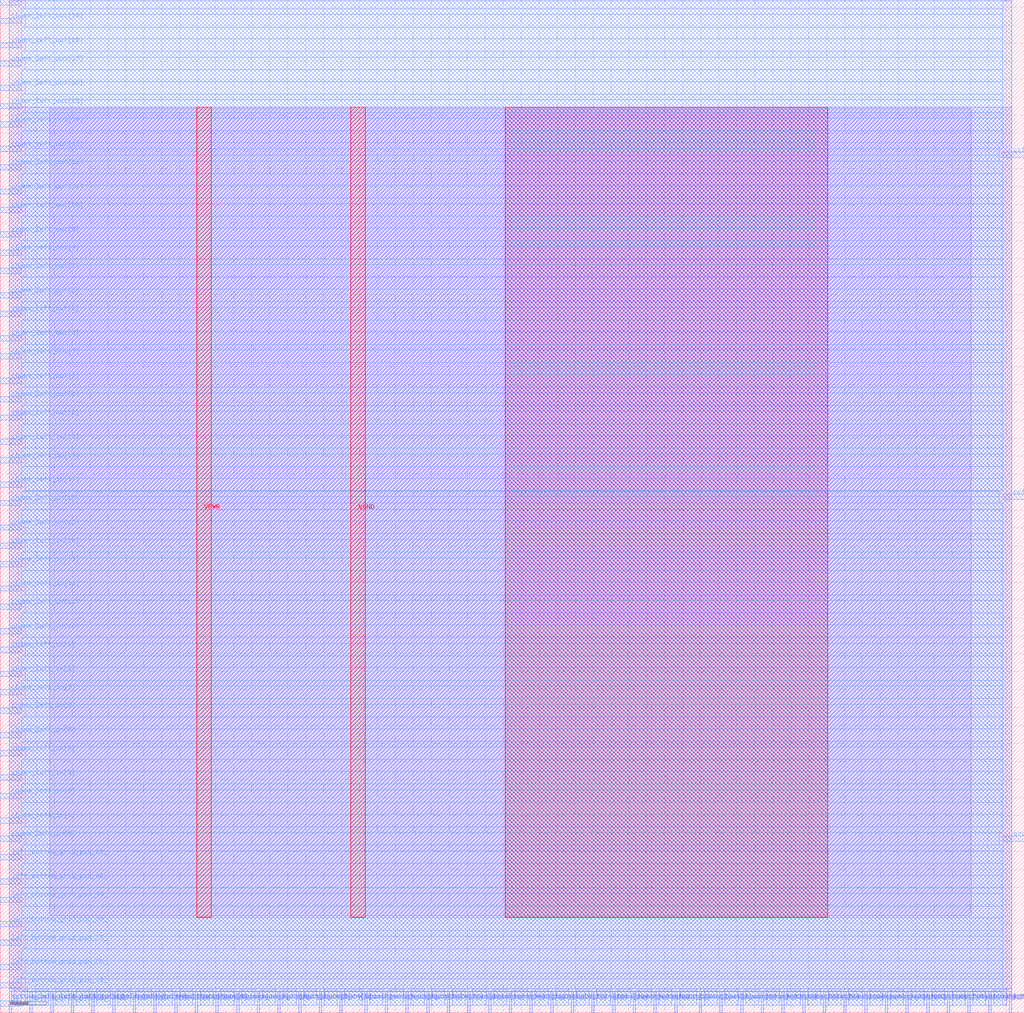
<source format=lef>
VERSION 5.7 ;
  NOWIREEXTENSIONATPIN ON ;
  DIVIDERCHAR "/" ;
  BUSBITCHARS "[]" ;
MACRO sb_8__8_
  CLASS BLOCK ;
  FOREIGN sb_8__8_ ;
  ORIGIN 0.000 0.000 ;
  SIZE 114.000 BY 112.840 ;
  PIN bottom_left_grid_pin_42_
    DIRECTION INPUT ;
    PORT
      LAYER met2 ;
        RECT 1.010 0.000 1.290 2.400 ;
    END
  END bottom_left_grid_pin_42_
  PIN bottom_left_grid_pin_43_
    DIRECTION INPUT ;
    PORT
      LAYER met2 ;
        RECT 3.310 0.000 3.590 2.400 ;
    END
  END bottom_left_grid_pin_43_
  PIN bottom_left_grid_pin_44_
    DIRECTION INPUT ;
    PORT
      LAYER met2 ;
        RECT 5.610 0.000 5.890 2.400 ;
    END
  END bottom_left_grid_pin_44_
  PIN bottom_left_grid_pin_45_
    DIRECTION INPUT ;
    PORT
      LAYER met2 ;
        RECT 7.910 0.000 8.190 2.400 ;
    END
  END bottom_left_grid_pin_45_
  PIN bottom_left_grid_pin_46_
    DIRECTION INPUT ;
    PORT
      LAYER met2 ;
        RECT 10.210 0.000 10.490 2.400 ;
    END
  END bottom_left_grid_pin_46_
  PIN bottom_left_grid_pin_47_
    DIRECTION INPUT ;
    PORT
      LAYER met2 ;
        RECT 12.510 0.000 12.790 2.400 ;
    END
  END bottom_left_grid_pin_47_
  PIN bottom_left_grid_pin_48_
    DIRECTION INPUT ;
    PORT
      LAYER met2 ;
        RECT 14.810 0.000 15.090 2.400 ;
    END
  END bottom_left_grid_pin_48_
  PIN bottom_left_grid_pin_49_
    DIRECTION INPUT ;
    PORT
      LAYER met2 ;
        RECT 17.110 0.000 17.390 2.400 ;
    END
  END bottom_left_grid_pin_49_
  PIN bottom_right_grid_pin_1_
    DIRECTION INPUT ;
    PORT
      LAYER met2 ;
        RECT 112.330 0.000 112.610 2.400 ;
    END
  END bottom_right_grid_pin_1_
  PIN ccff_head
    DIRECTION INPUT ;
    PORT
      LAYER met3 ;
        RECT 111.600 57.160 114.000 57.760 ;
    END
  END ccff_head
  PIN ccff_tail
    DIRECTION OUTPUT TRISTATE ;
    PORT
      LAYER met3 ;
        RECT 111.600 95.240 114.000 95.840 ;
    END
  END ccff_tail
  PIN chanx_left_in[0]
    DIRECTION INPUT ;
    PORT
      LAYER met3 ;
        RECT 0.000 19.080 2.400 19.680 ;
    END
  END chanx_left_in[0]
  PIN chanx_left_in[10]
    DIRECTION INPUT ;
    PORT
      LAYER met3 ;
        RECT 0.000 42.200 2.400 42.800 ;
    END
  END chanx_left_in[10]
  PIN chanx_left_in[11]
    DIRECTION INPUT ;
    PORT
      LAYER met3 ;
        RECT 0.000 44.920 2.400 45.520 ;
    END
  END chanx_left_in[11]
  PIN chanx_left_in[12]
    DIRECTION INPUT ;
    PORT
      LAYER met3 ;
        RECT 0.000 46.960 2.400 47.560 ;
    END
  END chanx_left_in[12]
  PIN chanx_left_in[13]
    DIRECTION INPUT ;
    PORT
      LAYER met3 ;
        RECT 0.000 49.680 2.400 50.280 ;
    END
  END chanx_left_in[13]
  PIN chanx_left_in[14]
    DIRECTION INPUT ;
    PORT
      LAYER met3 ;
        RECT 0.000 51.720 2.400 52.320 ;
    END
  END chanx_left_in[14]
  PIN chanx_left_in[15]
    DIRECTION INPUT ;
    PORT
      LAYER met3 ;
        RECT 0.000 53.760 2.400 54.360 ;
    END
  END chanx_left_in[15]
  PIN chanx_left_in[16]
    DIRECTION INPUT ;
    PORT
      LAYER met3 ;
        RECT 0.000 56.480 2.400 57.080 ;
    END
  END chanx_left_in[16]
  PIN chanx_left_in[17]
    DIRECTION INPUT ;
    PORT
      LAYER met3 ;
        RECT 0.000 58.520 2.400 59.120 ;
    END
  END chanx_left_in[17]
  PIN chanx_left_in[18]
    DIRECTION INPUT ;
    PORT
      LAYER met3 ;
        RECT 0.000 61.240 2.400 61.840 ;
    END
  END chanx_left_in[18]
  PIN chanx_left_in[19]
    DIRECTION INPUT ;
    PORT
      LAYER met3 ;
        RECT 0.000 63.280 2.400 63.880 ;
    END
  END chanx_left_in[19]
  PIN chanx_left_in[1]
    DIRECTION INPUT ;
    PORT
      LAYER met3 ;
        RECT 0.000 21.120 2.400 21.720 ;
    END
  END chanx_left_in[1]
  PIN chanx_left_in[2]
    DIRECTION INPUT ;
    PORT
      LAYER met3 ;
        RECT 0.000 23.840 2.400 24.440 ;
    END
  END chanx_left_in[2]
  PIN chanx_left_in[3]
    DIRECTION INPUT ;
    PORT
      LAYER met3 ;
        RECT 0.000 25.880 2.400 26.480 ;
    END
  END chanx_left_in[3]
  PIN chanx_left_in[4]
    DIRECTION INPUT ;
    PORT
      LAYER met3 ;
        RECT 0.000 28.600 2.400 29.200 ;
    END
  END chanx_left_in[4]
  PIN chanx_left_in[5]
    DIRECTION INPUT ;
    PORT
      LAYER met3 ;
        RECT 0.000 30.640 2.400 31.240 ;
    END
  END chanx_left_in[5]
  PIN chanx_left_in[6]
    DIRECTION INPUT ;
    PORT
      LAYER met3 ;
        RECT 0.000 33.360 2.400 33.960 ;
    END
  END chanx_left_in[6]
  PIN chanx_left_in[7]
    DIRECTION INPUT ;
    PORT
      LAYER met3 ;
        RECT 0.000 35.400 2.400 36.000 ;
    END
  END chanx_left_in[7]
  PIN chanx_left_in[8]
    DIRECTION INPUT ;
    PORT
      LAYER met3 ;
        RECT 0.000 37.440 2.400 38.040 ;
    END
  END chanx_left_in[8]
  PIN chanx_left_in[9]
    DIRECTION INPUT ;
    PORT
      LAYER met3 ;
        RECT 0.000 40.160 2.400 40.760 ;
    END
  END chanx_left_in[9]
  PIN chanx_left_out[0]
    DIRECTION OUTPUT TRISTATE ;
    PORT
      LAYER met3 ;
        RECT 0.000 66.000 2.400 66.600 ;
    END
  END chanx_left_out[0]
  PIN chanx_left_out[10]
    DIRECTION OUTPUT TRISTATE ;
    PORT
      LAYER met3 ;
        RECT 0.000 89.120 2.400 89.720 ;
    END
  END chanx_left_out[10]
  PIN chanx_left_out[11]
    DIRECTION OUTPUT TRISTATE ;
    PORT
      LAYER met3 ;
        RECT 0.000 91.160 2.400 91.760 ;
    END
  END chanx_left_out[11]
  PIN chanx_left_out[12]
    DIRECTION OUTPUT TRISTATE ;
    PORT
      LAYER met3 ;
        RECT 0.000 93.880 2.400 94.480 ;
    END
  END chanx_left_out[12]
  PIN chanx_left_out[13]
    DIRECTION OUTPUT TRISTATE ;
    PORT
      LAYER met3 ;
        RECT 0.000 95.920 2.400 96.520 ;
    END
  END chanx_left_out[13]
  PIN chanx_left_out[14]
    DIRECTION OUTPUT TRISTATE ;
    PORT
      LAYER met3 ;
        RECT 0.000 98.640 2.400 99.240 ;
    END
  END chanx_left_out[14]
  PIN chanx_left_out[15]
    DIRECTION OUTPUT TRISTATE ;
    PORT
      LAYER met3 ;
        RECT 0.000 100.680 2.400 101.280 ;
    END
  END chanx_left_out[15]
  PIN chanx_left_out[16]
    DIRECTION OUTPUT TRISTATE ;
    PORT
      LAYER met3 ;
        RECT 0.000 102.720 2.400 103.320 ;
    END
  END chanx_left_out[16]
  PIN chanx_left_out[17]
    DIRECTION OUTPUT TRISTATE ;
    PORT
      LAYER met3 ;
        RECT 0.000 105.440 2.400 106.040 ;
    END
  END chanx_left_out[17]
  PIN chanx_left_out[18]
    DIRECTION OUTPUT TRISTATE ;
    PORT
      LAYER met3 ;
        RECT 0.000 107.480 2.400 108.080 ;
    END
  END chanx_left_out[18]
  PIN chanx_left_out[19]
    DIRECTION OUTPUT TRISTATE ;
    PORT
      LAYER met3 ;
        RECT 0.000 110.200 2.400 110.800 ;
    END
  END chanx_left_out[19]
  PIN chanx_left_out[1]
    DIRECTION OUTPUT TRISTATE ;
    PORT
      LAYER met3 ;
        RECT 0.000 68.040 2.400 68.640 ;
    END
  END chanx_left_out[1]
  PIN chanx_left_out[2]
    DIRECTION OUTPUT TRISTATE ;
    PORT
      LAYER met3 ;
        RECT 0.000 70.080 2.400 70.680 ;
    END
  END chanx_left_out[2]
  PIN chanx_left_out[3]
    DIRECTION OUTPUT TRISTATE ;
    PORT
      LAYER met3 ;
        RECT 0.000 72.800 2.400 73.400 ;
    END
  END chanx_left_out[3]
  PIN chanx_left_out[4]
    DIRECTION OUTPUT TRISTATE ;
    PORT
      LAYER met3 ;
        RECT 0.000 74.840 2.400 75.440 ;
    END
  END chanx_left_out[4]
  PIN chanx_left_out[5]
    DIRECTION OUTPUT TRISTATE ;
    PORT
      LAYER met3 ;
        RECT 0.000 77.560 2.400 78.160 ;
    END
  END chanx_left_out[5]
  PIN chanx_left_out[6]
    DIRECTION OUTPUT TRISTATE ;
    PORT
      LAYER met3 ;
        RECT 0.000 79.600 2.400 80.200 ;
    END
  END chanx_left_out[6]
  PIN chanx_left_out[7]
    DIRECTION OUTPUT TRISTATE ;
    PORT
      LAYER met3 ;
        RECT 0.000 82.320 2.400 82.920 ;
    END
  END chanx_left_out[7]
  PIN chanx_left_out[8]
    DIRECTION OUTPUT TRISTATE ;
    PORT
      LAYER met3 ;
        RECT 0.000 84.360 2.400 84.960 ;
    END
  END chanx_left_out[8]
  PIN chanx_left_out[9]
    DIRECTION OUTPUT TRISTATE ;
    PORT
      LAYER met3 ;
        RECT 0.000 86.400 2.400 87.000 ;
    END
  END chanx_left_out[9]
  PIN chany_bottom_in[0]
    DIRECTION INPUT ;
    PORT
      LAYER met2 ;
        RECT 19.410 0.000 19.690 2.400 ;
    END
  END chany_bottom_in[0]
  PIN chany_bottom_in[10]
    DIRECTION INPUT ;
    PORT
      LAYER met2 ;
        RECT 42.870 0.000 43.150 2.400 ;
    END
  END chany_bottom_in[10]
  PIN chany_bottom_in[11]
    DIRECTION INPUT ;
    PORT
      LAYER met2 ;
        RECT 45.170 0.000 45.450 2.400 ;
    END
  END chany_bottom_in[11]
  PIN chany_bottom_in[12]
    DIRECTION INPUT ;
    PORT
      LAYER met2 ;
        RECT 47.470 0.000 47.750 2.400 ;
    END
  END chany_bottom_in[12]
  PIN chany_bottom_in[13]
    DIRECTION INPUT ;
    PORT
      LAYER met2 ;
        RECT 49.770 0.000 50.050 2.400 ;
    END
  END chany_bottom_in[13]
  PIN chany_bottom_in[14]
    DIRECTION INPUT ;
    PORT
      LAYER met2 ;
        RECT 52.070 0.000 52.350 2.400 ;
    END
  END chany_bottom_in[14]
  PIN chany_bottom_in[15]
    DIRECTION INPUT ;
    PORT
      LAYER met2 ;
        RECT 54.370 0.000 54.650 2.400 ;
    END
  END chany_bottom_in[15]
  PIN chany_bottom_in[16]
    DIRECTION INPUT ;
    PORT
      LAYER met2 ;
        RECT 56.670 0.000 56.950 2.400 ;
    END
  END chany_bottom_in[16]
  PIN chany_bottom_in[17]
    DIRECTION INPUT ;
    PORT
      LAYER met2 ;
        RECT 58.970 0.000 59.250 2.400 ;
    END
  END chany_bottom_in[17]
  PIN chany_bottom_in[18]
    DIRECTION INPUT ;
    PORT
      LAYER met2 ;
        RECT 61.270 0.000 61.550 2.400 ;
    END
  END chany_bottom_in[18]
  PIN chany_bottom_in[19]
    DIRECTION INPUT ;
    PORT
      LAYER met2 ;
        RECT 63.570 0.000 63.850 2.400 ;
    END
  END chany_bottom_in[19]
  PIN chany_bottom_in[1]
    DIRECTION INPUT ;
    PORT
      LAYER met2 ;
        RECT 21.710 0.000 21.990 2.400 ;
    END
  END chany_bottom_in[1]
  PIN chany_bottom_in[2]
    DIRECTION INPUT ;
    PORT
      LAYER met2 ;
        RECT 24.010 0.000 24.290 2.400 ;
    END
  END chany_bottom_in[2]
  PIN chany_bottom_in[3]
    DIRECTION INPUT ;
    PORT
      LAYER met2 ;
        RECT 26.310 0.000 26.590 2.400 ;
    END
  END chany_bottom_in[3]
  PIN chany_bottom_in[4]
    DIRECTION INPUT ;
    PORT
      LAYER met2 ;
        RECT 28.610 0.000 28.890 2.400 ;
    END
  END chany_bottom_in[4]
  PIN chany_bottom_in[5]
    DIRECTION INPUT ;
    PORT
      LAYER met2 ;
        RECT 30.910 0.000 31.190 2.400 ;
    END
  END chany_bottom_in[5]
  PIN chany_bottom_in[6]
    DIRECTION INPUT ;
    PORT
      LAYER met2 ;
        RECT 33.210 0.000 33.490 2.400 ;
    END
  END chany_bottom_in[6]
  PIN chany_bottom_in[7]
    DIRECTION INPUT ;
    PORT
      LAYER met2 ;
        RECT 35.510 0.000 35.790 2.400 ;
    END
  END chany_bottom_in[7]
  PIN chany_bottom_in[8]
    DIRECTION INPUT ;
    PORT
      LAYER met2 ;
        RECT 37.810 0.000 38.090 2.400 ;
    END
  END chany_bottom_in[8]
  PIN chany_bottom_in[9]
    DIRECTION INPUT ;
    PORT
      LAYER met2 ;
        RECT 40.570 0.000 40.850 2.400 ;
    END
  END chany_bottom_in[9]
  PIN chany_bottom_out[0]
    DIRECTION OUTPUT TRISTATE ;
    PORT
      LAYER met2 ;
        RECT 65.870 0.000 66.150 2.400 ;
    END
  END chany_bottom_out[0]
  PIN chany_bottom_out[10]
    DIRECTION OUTPUT TRISTATE ;
    PORT
      LAYER met2 ;
        RECT 89.330 0.000 89.610 2.400 ;
    END
  END chany_bottom_out[10]
  PIN chany_bottom_out[11]
    DIRECTION OUTPUT TRISTATE ;
    PORT
      LAYER met2 ;
        RECT 91.630 0.000 91.910 2.400 ;
    END
  END chany_bottom_out[11]
  PIN chany_bottom_out[12]
    DIRECTION OUTPUT TRISTATE ;
    PORT
      LAYER met2 ;
        RECT 93.930 0.000 94.210 2.400 ;
    END
  END chany_bottom_out[12]
  PIN chany_bottom_out[13]
    DIRECTION OUTPUT TRISTATE ;
    PORT
      LAYER met2 ;
        RECT 96.230 0.000 96.510 2.400 ;
    END
  END chany_bottom_out[13]
  PIN chany_bottom_out[14]
    DIRECTION OUTPUT TRISTATE ;
    PORT
      LAYER met2 ;
        RECT 98.530 0.000 98.810 2.400 ;
    END
  END chany_bottom_out[14]
  PIN chany_bottom_out[15]
    DIRECTION OUTPUT TRISTATE ;
    PORT
      LAYER met2 ;
        RECT 100.830 0.000 101.110 2.400 ;
    END
  END chany_bottom_out[15]
  PIN chany_bottom_out[16]
    DIRECTION OUTPUT TRISTATE ;
    PORT
      LAYER met2 ;
        RECT 103.130 0.000 103.410 2.400 ;
    END
  END chany_bottom_out[16]
  PIN chany_bottom_out[17]
    DIRECTION OUTPUT TRISTATE ;
    PORT
      LAYER met2 ;
        RECT 105.430 0.000 105.710 2.400 ;
    END
  END chany_bottom_out[17]
  PIN chany_bottom_out[18]
    DIRECTION OUTPUT TRISTATE ;
    PORT
      LAYER met2 ;
        RECT 107.730 0.000 108.010 2.400 ;
    END
  END chany_bottom_out[18]
  PIN chany_bottom_out[19]
    DIRECTION OUTPUT TRISTATE ;
    PORT
      LAYER met2 ;
        RECT 110.030 0.000 110.310 2.400 ;
    END
  END chany_bottom_out[19]
  PIN chany_bottom_out[1]
    DIRECTION OUTPUT TRISTATE ;
    PORT
      LAYER met2 ;
        RECT 68.170 0.000 68.450 2.400 ;
    END
  END chany_bottom_out[1]
  PIN chany_bottom_out[2]
    DIRECTION OUTPUT TRISTATE ;
    PORT
      LAYER met2 ;
        RECT 70.470 0.000 70.750 2.400 ;
    END
  END chany_bottom_out[2]
  PIN chany_bottom_out[3]
    DIRECTION OUTPUT TRISTATE ;
    PORT
      LAYER met2 ;
        RECT 72.770 0.000 73.050 2.400 ;
    END
  END chany_bottom_out[3]
  PIN chany_bottom_out[4]
    DIRECTION OUTPUT TRISTATE ;
    PORT
      LAYER met2 ;
        RECT 75.070 0.000 75.350 2.400 ;
    END
  END chany_bottom_out[4]
  PIN chany_bottom_out[5]
    DIRECTION OUTPUT TRISTATE ;
    PORT
      LAYER met2 ;
        RECT 77.830 0.000 78.110 2.400 ;
    END
  END chany_bottom_out[5]
  PIN chany_bottom_out[6]
    DIRECTION OUTPUT TRISTATE ;
    PORT
      LAYER met2 ;
        RECT 80.130 0.000 80.410 2.400 ;
    END
  END chany_bottom_out[6]
  PIN chany_bottom_out[7]
    DIRECTION OUTPUT TRISTATE ;
    PORT
      LAYER met2 ;
        RECT 82.430 0.000 82.710 2.400 ;
    END
  END chany_bottom_out[7]
  PIN chany_bottom_out[8]
    DIRECTION OUTPUT TRISTATE ;
    PORT
      LAYER met2 ;
        RECT 84.730 0.000 85.010 2.400 ;
    END
  END chany_bottom_out[8]
  PIN chany_bottom_out[9]
    DIRECTION OUTPUT TRISTATE ;
    PORT
      LAYER met2 ;
        RECT 87.030 0.000 87.310 2.400 ;
    END
  END chany_bottom_out[9]
  PIN left_bottom_grid_pin_34_
    DIRECTION INPUT ;
    PORT
      LAYER met3 ;
        RECT 0.000 0.720 2.400 1.320 ;
    END
  END left_bottom_grid_pin_34_
  PIN left_bottom_grid_pin_35_
    DIRECTION INPUT ;
    PORT
      LAYER met3 ;
        RECT 0.000 2.760 2.400 3.360 ;
    END
  END left_bottom_grid_pin_35_
  PIN left_bottom_grid_pin_36_
    DIRECTION INPUT ;
    PORT
      LAYER met3 ;
        RECT 0.000 4.800 2.400 5.400 ;
    END
  END left_bottom_grid_pin_36_
  PIN left_bottom_grid_pin_37_
    DIRECTION INPUT ;
    PORT
      LAYER met3 ;
        RECT 0.000 7.520 2.400 8.120 ;
    END
  END left_bottom_grid_pin_37_
  PIN left_bottom_grid_pin_38_
    DIRECTION INPUT ;
    PORT
      LAYER met3 ;
        RECT 0.000 9.560 2.400 10.160 ;
    END
  END left_bottom_grid_pin_38_
  PIN left_bottom_grid_pin_39_
    DIRECTION INPUT ;
    PORT
      LAYER met3 ;
        RECT 0.000 12.280 2.400 12.880 ;
    END
  END left_bottom_grid_pin_39_
  PIN left_bottom_grid_pin_40_
    DIRECTION INPUT ;
    PORT
      LAYER met3 ;
        RECT 0.000 14.320 2.400 14.920 ;
    END
  END left_bottom_grid_pin_40_
  PIN left_bottom_grid_pin_41_
    DIRECTION INPUT ;
    PORT
      LAYER met3 ;
        RECT 0.000 17.040 2.400 17.640 ;
    END
  END left_bottom_grid_pin_41_
  PIN left_top_grid_pin_1_
    DIRECTION INPUT ;
    PORT
      LAYER met3 ;
        RECT 0.000 112.240 2.400 112.840 ;
    END
  END left_top_grid_pin_1_
  PIN prog_clk
    DIRECTION INPUT ;
    PORT
      LAYER met3 ;
        RECT 111.600 19.080 114.000 19.680 ;
    END
  END prog_clk
  PIN VPWR
    DIRECTION INPUT ;
    USE POWER ;
    PORT
      LAYER met4 ;
        RECT 21.880 10.640 23.480 100.880 ;
    END
  END VPWR
  PIN VGND
    DIRECTION INPUT ;
    USE GROUND ;
    PORT
      LAYER met4 ;
        RECT 39.040 10.640 40.640 100.880 ;
    END
  END VGND
  OBS
      LAYER li1 ;
        RECT 5.520 10.795 108.100 100.725 ;
      LAYER met1 ;
        RECT 0.990 2.420 112.630 100.880 ;
      LAYER met2 ;
        RECT 1.020 2.680 112.600 112.725 ;
        RECT 1.570 0.835 3.030 2.680 ;
        RECT 3.870 0.835 5.330 2.680 ;
        RECT 6.170 0.835 7.630 2.680 ;
        RECT 8.470 0.835 9.930 2.680 ;
        RECT 10.770 0.835 12.230 2.680 ;
        RECT 13.070 0.835 14.530 2.680 ;
        RECT 15.370 0.835 16.830 2.680 ;
        RECT 17.670 0.835 19.130 2.680 ;
        RECT 19.970 0.835 21.430 2.680 ;
        RECT 22.270 0.835 23.730 2.680 ;
        RECT 24.570 0.835 26.030 2.680 ;
        RECT 26.870 0.835 28.330 2.680 ;
        RECT 29.170 0.835 30.630 2.680 ;
        RECT 31.470 0.835 32.930 2.680 ;
        RECT 33.770 0.835 35.230 2.680 ;
        RECT 36.070 0.835 37.530 2.680 ;
        RECT 38.370 0.835 40.290 2.680 ;
        RECT 41.130 0.835 42.590 2.680 ;
        RECT 43.430 0.835 44.890 2.680 ;
        RECT 45.730 0.835 47.190 2.680 ;
        RECT 48.030 0.835 49.490 2.680 ;
        RECT 50.330 0.835 51.790 2.680 ;
        RECT 52.630 0.835 54.090 2.680 ;
        RECT 54.930 0.835 56.390 2.680 ;
        RECT 57.230 0.835 58.690 2.680 ;
        RECT 59.530 0.835 60.990 2.680 ;
        RECT 61.830 0.835 63.290 2.680 ;
        RECT 64.130 0.835 65.590 2.680 ;
        RECT 66.430 0.835 67.890 2.680 ;
        RECT 68.730 0.835 70.190 2.680 ;
        RECT 71.030 0.835 72.490 2.680 ;
        RECT 73.330 0.835 74.790 2.680 ;
        RECT 75.630 0.835 77.550 2.680 ;
        RECT 78.390 0.835 79.850 2.680 ;
        RECT 80.690 0.835 82.150 2.680 ;
        RECT 82.990 0.835 84.450 2.680 ;
        RECT 85.290 0.835 86.750 2.680 ;
        RECT 87.590 0.835 89.050 2.680 ;
        RECT 89.890 0.835 91.350 2.680 ;
        RECT 92.190 0.835 93.650 2.680 ;
        RECT 94.490 0.835 95.950 2.680 ;
        RECT 96.790 0.835 98.250 2.680 ;
        RECT 99.090 0.835 100.550 2.680 ;
        RECT 101.390 0.835 102.850 2.680 ;
        RECT 103.690 0.835 105.150 2.680 ;
        RECT 105.990 0.835 107.450 2.680 ;
        RECT 108.290 0.835 109.750 2.680 ;
        RECT 110.590 0.835 112.050 2.680 ;
      LAYER met3 ;
        RECT 2.800 111.840 111.600 112.705 ;
        RECT 2.400 111.200 111.600 111.840 ;
        RECT 2.800 109.800 111.600 111.200 ;
        RECT 2.400 108.480 111.600 109.800 ;
        RECT 2.800 107.080 111.600 108.480 ;
        RECT 2.400 106.440 111.600 107.080 ;
        RECT 2.800 105.040 111.600 106.440 ;
        RECT 2.400 103.720 111.600 105.040 ;
        RECT 2.800 102.320 111.600 103.720 ;
        RECT 2.400 101.680 111.600 102.320 ;
        RECT 2.800 100.280 111.600 101.680 ;
        RECT 2.400 99.640 111.600 100.280 ;
        RECT 2.800 98.240 111.600 99.640 ;
        RECT 2.400 96.920 111.600 98.240 ;
        RECT 2.800 96.240 111.600 96.920 ;
        RECT 2.800 95.520 111.200 96.240 ;
        RECT 2.400 94.880 111.200 95.520 ;
        RECT 2.800 94.840 111.200 94.880 ;
        RECT 2.800 93.480 111.600 94.840 ;
        RECT 2.400 92.160 111.600 93.480 ;
        RECT 2.800 90.760 111.600 92.160 ;
        RECT 2.400 90.120 111.600 90.760 ;
        RECT 2.800 88.720 111.600 90.120 ;
        RECT 2.400 87.400 111.600 88.720 ;
        RECT 2.800 86.000 111.600 87.400 ;
        RECT 2.400 85.360 111.600 86.000 ;
        RECT 2.800 83.960 111.600 85.360 ;
        RECT 2.400 83.320 111.600 83.960 ;
        RECT 2.800 81.920 111.600 83.320 ;
        RECT 2.400 80.600 111.600 81.920 ;
        RECT 2.800 79.200 111.600 80.600 ;
        RECT 2.400 78.560 111.600 79.200 ;
        RECT 2.800 77.160 111.600 78.560 ;
        RECT 2.400 75.840 111.600 77.160 ;
        RECT 2.800 74.440 111.600 75.840 ;
        RECT 2.400 73.800 111.600 74.440 ;
        RECT 2.800 72.400 111.600 73.800 ;
        RECT 2.400 71.080 111.600 72.400 ;
        RECT 2.800 69.680 111.600 71.080 ;
        RECT 2.400 69.040 111.600 69.680 ;
        RECT 2.800 67.640 111.600 69.040 ;
        RECT 2.400 67.000 111.600 67.640 ;
        RECT 2.800 65.600 111.600 67.000 ;
        RECT 2.400 64.280 111.600 65.600 ;
        RECT 2.800 62.880 111.600 64.280 ;
        RECT 2.400 62.240 111.600 62.880 ;
        RECT 2.800 60.840 111.600 62.240 ;
        RECT 2.400 59.520 111.600 60.840 ;
        RECT 2.800 58.160 111.600 59.520 ;
        RECT 2.800 58.120 111.200 58.160 ;
        RECT 2.400 57.480 111.200 58.120 ;
        RECT 2.800 56.760 111.200 57.480 ;
        RECT 2.800 56.080 111.600 56.760 ;
        RECT 2.400 54.760 111.600 56.080 ;
        RECT 2.800 53.360 111.600 54.760 ;
        RECT 2.400 52.720 111.600 53.360 ;
        RECT 2.800 51.320 111.600 52.720 ;
        RECT 2.400 50.680 111.600 51.320 ;
        RECT 2.800 49.280 111.600 50.680 ;
        RECT 2.400 47.960 111.600 49.280 ;
        RECT 2.800 46.560 111.600 47.960 ;
        RECT 2.400 45.920 111.600 46.560 ;
        RECT 2.800 44.520 111.600 45.920 ;
        RECT 2.400 43.200 111.600 44.520 ;
        RECT 2.800 41.800 111.600 43.200 ;
        RECT 2.400 41.160 111.600 41.800 ;
        RECT 2.800 39.760 111.600 41.160 ;
        RECT 2.400 38.440 111.600 39.760 ;
        RECT 2.800 37.040 111.600 38.440 ;
        RECT 2.400 36.400 111.600 37.040 ;
        RECT 2.800 35.000 111.600 36.400 ;
        RECT 2.400 34.360 111.600 35.000 ;
        RECT 2.800 32.960 111.600 34.360 ;
        RECT 2.400 31.640 111.600 32.960 ;
        RECT 2.800 30.240 111.600 31.640 ;
        RECT 2.400 29.600 111.600 30.240 ;
        RECT 2.800 28.200 111.600 29.600 ;
        RECT 2.400 26.880 111.600 28.200 ;
        RECT 2.800 25.480 111.600 26.880 ;
        RECT 2.400 24.840 111.600 25.480 ;
        RECT 2.800 23.440 111.600 24.840 ;
        RECT 2.400 22.120 111.600 23.440 ;
        RECT 2.800 20.720 111.600 22.120 ;
        RECT 2.400 20.080 111.600 20.720 ;
        RECT 2.800 18.680 111.200 20.080 ;
        RECT 2.400 18.040 111.600 18.680 ;
        RECT 2.800 16.640 111.600 18.040 ;
        RECT 2.400 15.320 111.600 16.640 ;
        RECT 2.800 13.920 111.600 15.320 ;
        RECT 2.400 13.280 111.600 13.920 ;
        RECT 2.800 11.880 111.600 13.280 ;
        RECT 2.400 10.560 111.600 11.880 ;
        RECT 2.800 9.160 111.600 10.560 ;
        RECT 2.400 8.520 111.600 9.160 ;
        RECT 2.800 7.120 111.600 8.520 ;
        RECT 2.400 5.800 111.600 7.120 ;
        RECT 2.800 4.400 111.600 5.800 ;
        RECT 2.400 3.760 111.600 4.400 ;
        RECT 2.800 2.360 111.600 3.760 ;
        RECT 2.400 1.720 111.600 2.360 ;
        RECT 2.800 0.855 111.600 1.720 ;
      LAYER met4 ;
        RECT 56.200 10.640 92.120 100.880 ;
  END
END sb_8__8_
END LIBRARY


</source>
